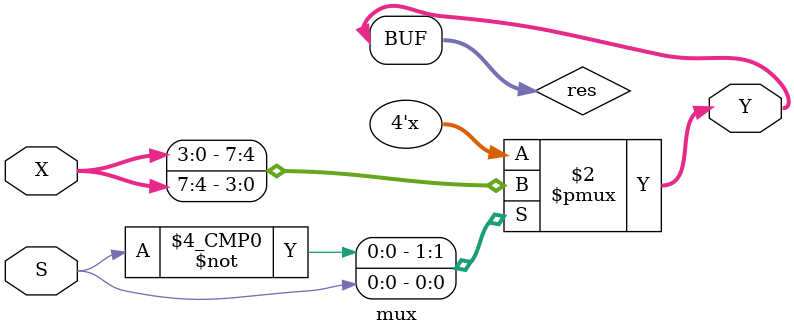
<source format=v>
`timescale 1ns / 1ps

module mux(
	input [7:0] X,
	input S,
	output [3:0] Y
);

reg [3:0] res;

always @(X, S) begin
	case (S)
		1'b0:    res <= X[3:0];
		1'b1:    res <= X[7:4];
		default: res <= 4'd0;
	endcase
end

assign Y = res;

endmodule

</source>
